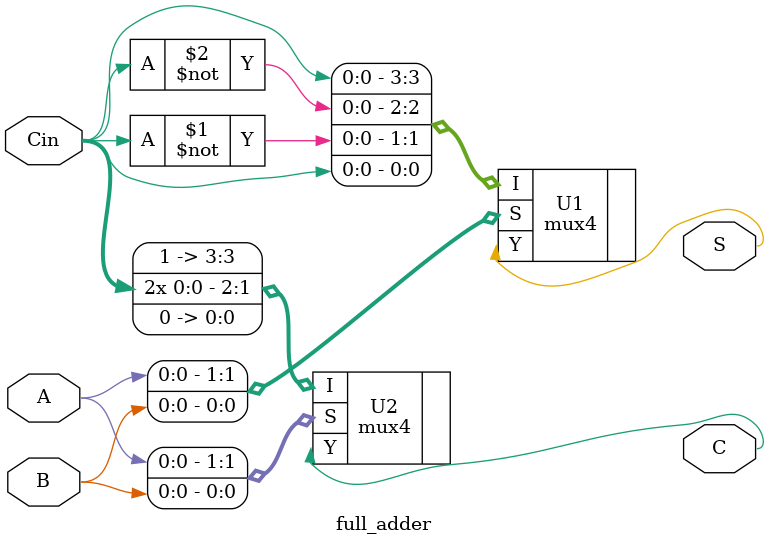
<source format=v>
`include "mux4.v"
module full_adder (
    input A,B,Cin, output S,C
);
    mux4 U1(.I({Cin,~Cin,~Cin,Cin}),.S({A,B}), .Y(S));
    mux4 U2(.I({1'b1,{2{Cin}},1'b0}),.S({A,B}), .Y(C));

endmodule
</source>
